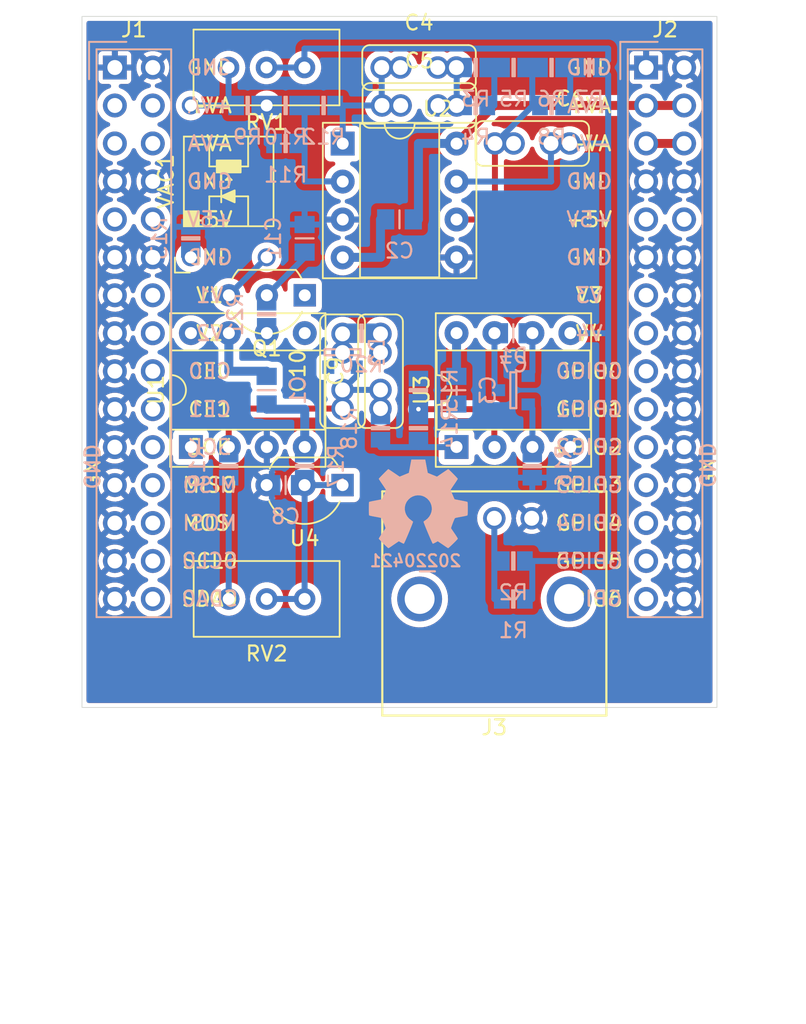
<source format=kicad_pcb>
(kicad_pcb (version 20211014) (generator pcbnew)
  (layers (0 "F.Cu" signal) (31 "B.Cu" signal) (34 "B.Paste" user) (35 "F.Paste" user) (36 "B.SilkS" user "B.Silkscreen") (37 "F.SilkS" user "F.Silkscreen") (38 "B.Mask" user) (39 "F.Mask" user) (44 "Edge.Cuts" user))
  (net 0 "")
  (net 1 "GND")
  (net 2 "-15V")
  (net 3 "+15V")
  (net 29 "Net-(U2-Pad1)")
  (net 30 "Net-(C4-Pad2)")
  (net 31 "/OUTPUT")
  (net 32 "Net-(J3-Pad1)")
  (net 33 "Net-(R3-Pad2)")
  (net 34 "Net-(R6-Pad2)")
  (net 35 "Net-(U2-Pad6)")
  (net 36 "Net-(R9-Pad1)")
  (net 37 "Net-(R10-Pad1)")
  (net 38 "Net-(U2-Pad2)")
  (net 39 "Net-(U3-Pad7)")
  (net 40 "Net-(U3-Pad6)")
  (net 41 "Net-(R13-Pad2)")
  (net 42 "/GAIN")
  (net 43 "Net-(C8-Pad2)")
  (net 44 "Net-(U1-Pad2)")
  (net 45 "Net-(C9-Pad2)")
  (net 46 "Net-(U1-Pad6)")
  (net 47 "Net-(C11-Pad2)")
  (net 48 "/GAIN_INPUT")
  (net 49 "Net-(R19-Pad2)")
  (net 51 "Net-(R16-Pad2)")
  (net 52 "Net-(U3-Pad2)")
  (footprint "Package_TO_SOT_THT:TO-92_Inline_Wide" (layer "F.Cu") (at 160.02 100.33 180)
    (fp_text reference "U4" (at 2.54 -3.56) (layer "F.SilkS"))
    (fp_text value "TL431")
    (pad "1" thru_hole rect (at 0 0 180) (size 1.5 1.5) (drill 0.8) (layers *.Cu *.Mask) (net 43 "Net-(C8-Pad2)"))
    (pad "2" thru_hole circle (at 2.54 0 180) (size 1.5 1.5) (drill 0.8) (layers *.Cu *.Mask) (net 43 "Net-(C8-Pad2)"))
    (pad "3" thru_hole circle (at 5.08 0 180) (size 1.5 1.5) (drill 0.8) (layers *.Cu *.Mask) (net 1 "GND"))
  )
  (footprint "SquantorRcl:C-025_050-030X100-film" (layer "F.Cu") (at 165.14 72.39)
    (fp_text reference "C4" (at 0 -3) (layer "F.SilkS"))
    (fp_text value "A")
    (pad "1" thru_hole circle (at -2.5 0) (size 1.5 1.5) (drill 1) (layers *.Cu *.Mask) (net 29 "Net-(U2-Pad1)"))
    (pad "1" thru_hole circle (at -1.25 0) (size 1.5 1.5) (drill 1) (layers *.Cu *.Mask) (net 29 "Net-(U2-Pad1)"))
    (pad "2" thru_hole circle (at 1.25 0) (size 1.5 1.5) (drill 1) (layers *.Cu *.Mask) (net 30 "Net-(C4-Pad2)"))
    (pad "2" thru_hole circle (at 2.5 0) (size 1.5 1.5) (drill 1) (layers *.Cu *.Mask) (net 30 "Net-(C4-Pad2)"))
  )
  (footprint "Package_DIP:DIP-8_W7.62mm_Socket" (layer "F.Cu") (at 160.03 77.48)
    (fp_text reference "U2" (at 6.37 -2.33) (layer "F.SilkS"))
    (fp_text value "LME49720")
    (pad "1" thru_hole rect (at 0 0) (size 1.6 1.6) (drill 0.8) (layers *.Cu *.Mask) (net 29 "Net-(U2-Pad1)"))
    (pad "2" thru_hole oval (at 0 2.54) (size 1.6 1.6) (drill 0.8) (layers *.Cu *.Mask) (net 38 "Net-(U2-Pad2)"))
    (pad "3" thru_hole oval (at 0 5.08) (size 1.6 1.6) (drill 0.8) (layers *.Cu *.Mask) (net 1 "GND"))
    (pad "4" thru_hole oval (at 0 7.62) (size 1.6 1.6) (drill 0.8) (layers *.Cu *.Mask) (net 2 "-15V"))
    (pad "5" thru_hole oval (at 7.62 7.62) (size 1.6 1.6) (drill 0.8) (layers *.Cu *.Mask) (net 1 "GND"))
    (pad "6" thru_hole oval (at 7.62 5.08) (size 1.6 1.6) (drill 0.8) (layers *.Cu *.Mask) (net 35 "Net-(U2-Pad6)"))
    (pad "7" thru_hole oval (at 7.62 2.54) (size 1.6 1.6) (drill 0.8) (layers *.Cu *.Mask) (net 31 "/OUTPUT"))
    (pad "8" thru_hole oval (at 7.62 0) (size 1.6 1.6) (drill 0.8) (layers *.Cu *.Mask) (net 3 "+15V"))
  )
  (footprint "Package_DIP:DIP-8_W7.62mm_Socket" (layer "F.Cu") (at 149.87 97.78 90)
    (fp_text reference "U1" (at 3.81 -2.33 90) (layer "F.SilkS"))
    (fp_text value "TL081")
    (pad "1" thru_hole rect (at 0 0 90) (size 1.6 1.6) (drill 0.8) (layers *.Cu *.Mask))
    (pad "2" thru_hole oval (at 0 2.54 90) (size 1.6 1.6) (drill 0.8) (layers *.Cu *.Mask) (net 44 "Net-(U1-Pad2)"))
    (pad "3" thru_hole oval (at 0 5.08 90) (size 1.6 1.6) (drill 0.8) (layers *.Cu *.Mask) (net 1 "GND"))
    (pad "4" thru_hole oval (at 0 7.62 90) (size 1.6 1.6) (drill 0.8) (layers *.Cu *.Mask) (net 2 "-15V"))
    (pad "5" thru_hole oval (at 7.62 7.62 90) (size 1.6 1.6) (drill 0.8) (layers *.Cu *.Mask))
    (pad "6" thru_hole oval (at 7.62 5.08 90) (size 1.6 1.6) (drill 0.8) (layers *.Cu *.Mask) (net 46 "Net-(U1-Pad6)"))
    (pad "7" thru_hole oval (at 7.62 2.54 90) (size 1.6 1.6) (drill 0.8) (layers *.Cu *.Mask) (net 3 "+15V"))
    (pad "8" thru_hole oval (at 7.62 0 90) (size 1.6 1.6) (drill 0.8) (layers *.Cu *.Mask))
  )
  (footprint "Package_TO_SOT_THT:TO-92L_Inline_Wide" (layer "F.Cu") (at 157.49 87.63 180)
    (fp_text reference "Q1" (at 2.54 -3.56) (layer "F.SilkS"))
    (fp_text value "BC337")
    (pad "1" thru_hole rect (at 0 0 180) (size 1.5 1.5) (drill 0.8) (layers *.Cu *.Mask) (net 3 "+15V"))
    (pad "2" thru_hole circle (at 2.54 0 180) (size 1.5 1.5) (drill 0.8) (layers *.Cu *.Mask) (net 47 "Net-(C11-Pad2)"))
    (pad "3" thru_hole circle (at 5.08 0 180) (size 1.5 1.5) (drill 0.8) (layers *.Cu *.Mask) (net 42 "/GAIN"))
  )
  (footprint "SquantorRcl:C-025_050-030X100-film" (layer "F.Cu") (at 160.02 92.71 90)
    (fp_text reference "C10" (at 0 -3 90) (layer "F.SilkS"))
    (fp_text value "100n")
    (pad "1" thru_hole circle (at -1.25 0 90) (size 1.5 1.5) (drill 1) (layers *.Cu *.Mask) (net 44 "Net-(U1-Pad2)"))
    (pad "1" thru_hole circle (at -2.5 0 90) (size 1.5 1.5) (drill 1) (layers *.Cu *.Mask) (net 44 "Net-(U1-Pad2)"))
    (pad "2" thru_hole circle (at 2.5 0 90) (size 1.5 1.5) (drill 1) (layers *.Cu *.Mask) (net 46 "Net-(U1-Pad6)"))
    (pad "2" thru_hole circle (at 1.25 0 90) (size 1.5 1.5) (drill 1) (layers *.Cu *.Mask) (net 46 "Net-(U1-Pad6)"))
  )
  (footprint "Potentiometer_THT:Potentiometer_Bourns_3296W_Vertical" (layer "F.Cu") (at 152.39 72.39 180)
    (fp_text reference "RV1" (at -2.54 -3.66) (layer "F.SilkS"))
    (fp_text value "200")
    (pad "1" thru_hole circle (at 0 0 180) (size 1.44 1.44) (drill 0.8) (layers *.Cu *.Mask) (net 36 "Net-(R9-Pad1)"))
    (pad "2" thru_hole circle (at -2.54 0 180) (size 1.44 1.44) (drill 0.8) (layers *.Cu *.Mask) (net 31 "/OUTPUT"))
    (pad "3" thru_hole circle (at -5.08 0 180) (size 1.44 1.44) (drill 0.8) (layers *.Cu *.Mask) (net 31 "/OUTPUT"))
  )
  (footprint "SquantorRcl:C-025_050-030X100-film" (layer "F.Cu") (at 165.16 74.93)
    (fp_text reference "C5" (at 0 -3) (layer "F.SilkS"))
    (fp_text value "A")
    (pad "1" thru_hole circle (at -1.25 0) (size 1.5 1.5) (drill 1) (layers *.Cu *.Mask) (net 29 "Net-(U2-Pad1)"))
    (pad "1" thru_hole circle (at -2.5 0) (size 1.5 1.5) (drill 1) (layers *.Cu *.Mask) (net 29 "Net-(U2-Pad1)"))
    (pad "2" thru_hole circle (at 2.5 0) (size 1.5 1.5) (drill 1) (layers *.Cu *.Mask) (net 30 "Net-(C4-Pad2)"))
    (pad "2" thru_hole circle (at 1.25 0) (size 1.5 1.5) (drill 1) (layers *.Cu *.Mask) (net 30 "Net-(C4-Pad2)"))
  )
  (footprint "SquantorRcl:C-025_050-030X100-film" (layer "F.Cu") (at 172.72 77.47)
    (fp_text reference "C6" (at 2.56 -3) (layer "F.SilkS"))
    (fp_text value "A")
    (pad "1" thru_hole circle (at -1.25 0) (size 1.5 1.5) (drill 1) (layers *.Cu *.Mask) (net 35 "Net-(U2-Pad6)"))
    (pad "1" thru_hole circle (at -2.5 0) (size 1.5 1.5) (drill 1) (layers *.Cu *.Mask) (net 35 "Net-(U2-Pad6)"))
    (pad "2" thru_hole circle (at 1.25 0) (size 1.5 1.5) (drill 1) (layers *.Cu *.Mask) (net 31 "/OUTPUT"))
    (pad "2" thru_hole circle (at 2.5 0) (size 1.5 1.5) (drill 1) (layers *.Cu *.Mask) (net 31 "/OUTPUT"))
  )
  (footprint "SquantorOpto:NSL32SR3" (layer "F.Cu") (at 152.4 80.01 90)
    (fp_text reference "VAC1" (at 0 -4.2 90 unlocked) (layer "F.SilkS"))
    (fp_text value "NSL32R3")
    (pad "1" thru_hole circle (at -5.08 -2.54 90) (size 1.2 1.2) (drill 0.8) (layers *.Cu *.Mask) (net 41 "Net-(R13-Pad2)"))
    (pad "2" thru_hole circle (at -5.08 2.54 90) (size 1.2 1.2) (drill 0.8) (layers *.Cu *.Mask) (net 42 "/GAIN"))
    (pad "3" thru_hole circle (at 5.08 2.54 90) (size 1.2 1.2) (drill 0.8) (layers *.Cu *.Mask) (net 37 "Net-(R10-Pad1)"))
    (pad "4" thru_hole circle (at 5.08 -2.54 90) (size 1.2 1.2) (drill 0.8) (layers *.Cu *.Mask) (net 36 "Net-(R9-Pad1)"))
  )
  (footprint "SquantorRcl:C-025_050-030X100-film" (layer "F.Cu") (at 162.56 92.71 90)
    (fp_text reference "C9" (at 0 -3 90) (layer "F.SilkS"))
    (fp_text value "47u")
    (pad "1" thru_hole circle (at -2.5 0 90) (size 1.5 1.5) (drill 1) (layers *.Cu *.Mask) (net 44 "Net-(U1-Pad2)"))
    (pad "1" thru_hole circle (at -1.25 0 90) (size 1.5 1.5) (drill 1) (layers *.Cu *.Mask) (net 44 "Net-(U1-Pad2)"))
    (pad "2" thru_hole circle (at 1.25 0 90) (size 1.5 1.5) (drill 1) (layers *.Cu *.Mask) (net 45 "Net-(C9-Pad2)"))
    (pad "2" thru_hole circle (at 2.5 0 90) (size 1.5 1.5) (drill 1) (layers *.Cu *.Mask) (net 45 "Net-(C9-Pad2)"))
  )
  (footprint "SquantorConnectorsNamed:module_2x15_right" (layer "F.Cu") (at 181.61 90.17)
    (fp_text reference "J2" (at 0 -20.32 unlocked) (layer "F.SilkS"))
    (fp_text value "module_2x15_right_input")
    (fp_text user "GND" (at -5.08 -10.16 unlocked) (layer "B.SilkS") (effects (justify mirror)))
    (fp_text user "GND" (at 2.79 8.83 -90 unlocked) (layer "B.SilkS") (effects (justify mirror)))
    (fp_text user "+VA" (at -5.08 -15.24 unlocked) (layer "B.SilkS") (effects (justify mirror)))
    (fp_text user "V4" (at -5.08 0 unlocked) (layer "B.SilkS") (effects (justify mirror)))
    (fp_text user "GND" (at -5.08 -5.08 unlocked) (layer "B.SilkS") (effects (justify mirror)))
    (fp_text user "V3" (at -5.08 -2.54 unlocked) (layer "B.SilkS") (effects (justify mirror)))
    (fp_text user "GPIO3" (at -5.08 10.16 unlocked) (layer "B.SilkS") (effects (justify mirror)))
    (fp_text user "GPIO2" (at -5.08 7.62 unlocked) (layer "B.SilkS") (effects (justify mirror)))
    (fp_text user "GPIO0" (at -5.08 2.54 unlocked) (layer "B.SilkS") (effects (justify mirror)))
    (fp_text user "GPIO4" (at -5.08 12.7 unlocked) (layer "B.SilkS") (effects (justify mirror)))
    (fp_text user "-VA" (at -5.08 -12.7 unlocked) (layer "B.SilkS") (effects (justify mirror)))
    (fp_text user "GPIO5" (at -5.08 15.24 unlocked) (layer "B.SilkS") (effects (justify mirror)))
    (fp_text user "GPIO1" (at -5.08 5.08 unlocked) (layer "B.SilkS") (effects (justify mirror)))
    (fp_text user "GND" (at -5.08 -17.78 unlocked) (layer "B.SilkS") (effects (justify mirror)))
    (fp_text user "GPIO6" (at -5.112672 17.756379 unlocked) (layer "B.SilkS") (effects (justify mirror)))
    (fp_text user "+5V" (at -5.08 -7.62 unlocked) (layer "B.SilkS") (effects (justify mirror)))
    (fp_text user "V4" (at -5.08 0 unlocked) (layer "F.SilkS"))
    (fp_text user "GPIO6" (at -5.08 17.78 unlocked) (layer "F.SilkS"))
    (fp_text user "V3" (at -5.08 -2.54 unlocked) (layer "F.SilkS"))
    (fp_text user "GPIO0" (at -5.08 2.54 unlocked) (layer "F.SilkS"))
    (fp_text user "GPIO2" (at -5.08 7.62 unlocked) (layer "F.SilkS"))
    (fp_text user "GND" (at -5.08 -17.78 unlocked) (layer "F.SilkS"))
    (fp_text user "GND" (at -5.08 -5.08 unlocked) (layer "F.SilkS"))
    (fp_text user "+VA" (at -5.08 -15.24 unlocked) (layer "F.SilkS"))
    (fp_text user "GPIO1" (at -5.08 5.08 unlocked) (layer "F.SilkS"))
    (fp_text user "GND" (at -5.08 -10.16 unlocked) (layer "F.SilkS"))
    (fp_text user "GPIO4" (at -5.08 12.7 unlocked) (layer "F.SilkS"))
    (fp_text user "+5V" (at -5.08 -7.62 unlocked) (layer "F.SilkS"))
    (fp_text user "GND" (at 2.89 8.83 90 unlocked) (layer "F.SilkS"))
    (fp_text user "GPIO5" (at -5.08 15.24 unlocked) (layer "F.SilkS"))
    (fp_text user "-VA" (at -5.08 -12.7 unlocked) (layer "F.SilkS"))
    (fp_text user "GPIO3" (at -5.08 10.16 unlocked) (layer "F.SilkS"))
    (pad "1" thru_hole rect (at -1.27 -17.78) (size 1.6 1.6) (drill 1) (layers *.Cu *.Mask) (net 1 "GND"))
    (pad "2" thru_hole circle (at 1.27 -17.78) (size 1.6 1.6) (drill 1) (layers *.Cu *.Mask) (net 1 "GND"))
    (pad "3" thru_hole circle (at -1.27 -15.24) (size 1.6 1.6) (drill 1) (layers *.Cu *.Mask) (net 3 "+15V"))
    (pad "4" thru_hole circle (at 1.27 -15.24) (size 1.6 1.6) (drill 1) (layers *.Cu *.Mask) (net 3 "+15V"))
    (pad "5" thru_hole circle (at -1.27 -12.7) (size 1.6 1.6) (drill 1) (layers *.Cu *.Mask) (net 2 "-15V"))
    (pad "6" thru_hole circle (at 1.27 -12.7) (size 1.6 1.6) (drill 1) (layers *.Cu *.Mask) (net 2 "-15V"))
    (pad "7" thru_hole circle (at -1.27 -10.16) (size 1.6 1.6) (drill 1) (layers *.Cu *.Mask) (net 1 "GND"))
    (pad "8" thru_hole circle (at 1.27 -10.16) (size 1.6 1.6) (drill 1) (layers *.Cu *.Mask) (net 1 "GND"))
    (pad "9" thru_hole circle (at -1.27 -7.62) (size 1.6 1.6) (drill 1) (layers *.Cu *.Mask))
    (pad "10" thru_hole circle (at 1.27 -7.62) (size 1.6 1.6) (drill 1) (layers *.Cu *.Mask))
    (pad "11" thru_hole circle (at -1.27 -5.08) (size 1.6 1.6) (drill 1) (layers *.Cu *.Mask) (net 1 "GND"))
    (pad "12" thru_hole circle (at 1.27 -5.08) (size 1.6 1.6) (drill 1) (layers *.Cu *.Mask) (net 1 "GND"))
    (pad "13" thru_hole circle (at -1.27 -2.54) (size 1.6 1.6) (drill 1) (layers *.Cu *.Mask))
    (pad "14" thru_hole circle (at 1.27 -2.54) (size 1.6 1.6) (drill 1) (layers *.Cu *.Mask) (net 1 "GND"))
    (pad "15" thru_hole circle (at -1.27 0) (size 1.6 1.6) (drill 1) (layers *.Cu *.Mask))
    (pad "16" thru_hole circle (at 1.27 0) (size 1.6 1.6) (drill 1) (layers *.Cu *.Mask) (net 1 "GND"))
    (pad "17" thru_hole circle (at -1.27 2.54) (size 1.6 1.6) (drill 1) (layers *.Cu *.Mask))
    (pad "18" thru_hole circle (at 1.27 2.54) (size 1.6 1.6) (drill 1) (layers *.Cu *.Mask) (net 1 "GND"))
    (pad "19" thru_hole circle (at -1.27 5.08) (size 1.6 1.6) (drill 1) (layers *.Cu *.Mask))
    (pad "20" thru_hole circle (at 1.27 5.08) (size 1.6 1.6) (drill 1) (layers *.Cu *.Mask) (net 1 "GND"))
    (pad "21" thru_hole circle (at -1.27 7.62) (size 1.6 1.6) (drill 1) (layers *.Cu *.Mask))
    (pad "22" thru_hole circle (at 1.27 7.62) (size 1.6 1.6) (drill 1) (layers *.Cu *.Mask) (net 1 "GND"))
    (pad "23" thru_hole circle (at -1.27 10.16) (size 1.6 1.6) (drill 1) (layers *.Cu *.Mask))
    (pad "24" thru_hole circle (at 1.27 10.16) (size 1.6 1.6) (drill 1) (layers *.Cu *.Mask) (net 1 "GND"))
    (pad "25" thru_hole circle (at -1.27 12.7) (size 1.6 1.6) (drill 1) (layers *.Cu *.Mask))
    (pad "26" thru_hole circle (at 1.27 12.7) (size 1.6 1.6) (drill 1) (layers *.Cu *.Mask) (net 1 "GND"))
    (pad "27" thru_hole circle (at -1.27 15.24) (size 1.6 1.6) (drill 1) (layers *.Cu *.Mask))
    (pad "28" thru_hole circle (at 1.27 15.24) (size 1.6 1.6) (drill 1) (layers *.Cu *.Mask) (net 1 "GND"))
    (pad "29" thru_hole circle (at -1.27 17.78) (size 1.6 1.6) (drill 1) (layers *.Cu *.Mask))
    (pad "30" thru_hole circle (at 1.27 17.78) (size 1.6 1.6) (drill 1) (layers *.Cu *.Mask) (net 1 "GND"))
  )
  (footprint "Potentiometer_THT:Potentiometer_Bourns_3296W_Vertical" (layer "F.Cu") (at 152.4 107.95 180)
    (fp_text reference "RV2" (at -2.54 -3.66) (layer "F.SilkS"))
    (fp_text value "50K")
    (pad "1" thru_hole circle (at 0 0 180) (size 1.44 1.44) (drill 0.8) (layers *.Cu *.Mask) (net 49 "Net-(R19-Pad2)"))
    (pad "2" thru_hole circle (at -2.54 0 180) (size 1.44 1.44) (drill 0.8) (layers *.Cu *.Mask) (net 43 "Net-(C8-Pad2)"))
    (pad "3" thru_hole circle (at -5.08 0 180) (size 1.44 1.44) (drill 0.8) (layers *.Cu *.Mask) (net 43 "Net-(C8-Pad2)"))
  )
  (footprint "SquantorConnectors:Conn_BNC_RightAngle_TH" (layer "F.Cu") (at 170.18 107.95 180)
    (fp_text reference "J3" (at 0 -8.6) (layer "F.SilkS"))
    (fp_text value "Coax")
    (pad "1" thru_hole circle (at 0 5.4 180) (size 1.5 1.5) (drill 1) (layers *.Cu *.Mask) (net 32 "Net-(J3-Pad1)"))
    (pad "2" thru_hole circle (at -2.5 5.4 180) (size 1.5 1.5) (drill 1) (layers *.Cu *.Mask) (net 1 "GND"))
    (pad "mount" thru_hole circle (at 5 0 180) (size 3 3) (drill 2) (layers *.Cu *.Mask))
    (pad "mount" thru_hole circle (at -5 0 180) (size 3 3) (drill 2) (layers *.Cu *.Mask))
  )
  (footprint "SquantorConnectorsNamed:module_2x15_left" (layer "F.Cu") (at 146.05 90.17)
    (fp_text reference "J1" (at 0 -20.32 unlocked) (layer "F.SilkS"))
    (fp_text value "module_2x15_left_input")
    (fp_text user "GND" (at 5.08 -17.78 unlocked) (layer "B.SilkS") (effects (justify mirror)))
    (fp_text user "MISO" (at 5.08 10.16 unlocked) (layer "B.SilkS") (effects (justify mirror)))
    (fp_text user "+5V" (at 5.08 -7.62 unlocked) (layer "B.SilkS") (effects (justify mirror)))
    (fp_text user "SCK" (at 5.08 7.62 unlocked) (layer "B.SilkS") (effects (justify mirror)))
    (fp_text user "-VA" (at 5.08 -12.7 unlocked) (layer "B.SilkS") (effects (justify mirror)))
    (fp_text user "CE1" (at 5.08 5.08 unlocked) (layer "B.SilkS") (effects (justify mirror)))
    (fp_text user "+VA" (at 5.08 -15.24 unlocked) (layer "B.SilkS") (effects (justify mirror)))
    (fp_text user "V1" (at 5.08 -2.54 unlocked) (layer "B.SilkS") (effects (justify mirror)))
    (fp_text user "GND" (at -2.85 8.93 -90 unlocked) (layer "B.SilkS") (effects (justify mirror)))
    (fp_text user "GND" (at 5.08 -5.08 unlocked) (layer "B.SilkS") (effects (justify mirror)))
    (fp_text user "CE0" (at 5.08 2.54 unlocked) (layer "B.SilkS") (effects (justify mirror)))
    (fp_text user "GND" (at 5.08 -10.16 unlocked) (layer "B.SilkS") (effects (justify mirror)))
    (fp_text user "MOSI" (at 5.08 12.7 unlocked) (layer "B.SilkS") (effects (justify mirror)))
    (fp_text user "V2" (at 5.08 0 unlocked) (layer "B.SilkS") (effects (justify mirror)))
    (fp_text user "SDA0" (at 5.079999 17.758937 unlocked) (layer "B.SilkS") (effects (justify mirror)))
    (fp_text user "SCL0" (at 5.079999 15.21948 unlocked) (layer "B.SilkS") (effects (justify mirror)))
    (fp_text user "GND" (at 5.08 -10.16 unlocked) (layer "F.SilkS"))
    (fp_text user "MOSI" (at 5.08 12.7 unlocked) (layer "F.SilkS"))
    (fp_text user "+5V" (at 5.08 -7.62 unlocked) (layer "F.SilkS"))
    (fp_text user "GND" (at 5.08 -5.08 unlocked) (layer "F.SilkS"))
    (fp_text user "SCL0" (at 5.08 15.24 unlocked) (layer "F.SilkS"))
    (fp_text user "CE1" (at 5.08 5.08 unlocked) (layer "F.SilkS"))
    (fp_text user "GND" (at 5.08 -17.78 unlocked) (layer "F.SilkS"))
    (fp_text user "-VA" (at 5.08 -12.7 unlocked) (layer "F.SilkS"))
    (fp_text user "SDA0" (at 5.08 17.78 unlocked) (layer "F.SilkS"))
    (fp_text user "MISO" (at 5.08 10.16 unlocked) (layer "F.SilkS"))
    (fp_text user "GND" (at -2.75 8.93 90 unlocked) (layer "F.SilkS"))
    (fp_text user "CE0" (at 5.08 2.54 unlocked) (layer "F.SilkS"))
    (fp_text user "SCK" (at 5.08 7.62 unlocked) (layer "F.SilkS"))
    (fp_text user "V1" (at 5.08 -2.54 unlocked) (layer "F.SilkS"))
    (fp_text user "V2" (at 5.08 0 unlocked) (layer "F.SilkS"))
    (fp_text user "+VA" (at 5.08 -15.24 unlocked) (layer "F.SilkS"))
    (pad "1" thru_hole rect (at -1.27 -17.78) (size 1.6 1.6) (drill 1) (layers *.Cu *.Mask) (net 1 "GND"))
    (pad "2" thru_hole circle (at 1.27 -17.78) (size 1.6 1.6) (drill 1) (layers *.Cu *.Mask) (net 1 "GND"))
    (pad "3" thru_hole circle (at -1.27 -15.24) (size 1.6 1.6) (drill 1) (layers *.Cu *.Mask) (net 3 "+15V"))
    (pad "4" thru_hole circle (at 1.27 -15.24) (size 1.6 1.6) (drill 1) (layers *.Cu *.Mask) (net 3 "+15V"))
    (pad "5" thru_hole circle (at -1.27 -12.7) (size 1.6 1.6) (drill 1) (layers *.Cu *.Mask) (net 2 "-15V"))
    (pad "6" thru_hole circle (at 1.27 -12.7) (size 1.6 1.6) (drill 1) (layers *.Cu *.Mask) (net 2 "-15V"))
    (pad "7" thru_hole circle (at -1.27 -10.16) (size 1.6 1.6) (drill 1) (layers *.Cu *.Mask) (net 1 "GND"))
    (pad "8" thru_hole circle (at 1.27 -10.16) (size 1.6 1.6) (drill 1) (layers *.Cu *.Mask) (net 1 "GND"))
    (pad "9" thru_hole circle (at -1.27 -7.62) (size 1.6 1.6) (drill 1) (layers *.Cu *.Mask))
    (pad "10" thru_hole circle (at 1.27 -7.62) (size 1.6 1.6) (drill 1) (layers *.Cu *.Mask))
    (pad "11" thru_hole circle (at -1.27 -5.08) (size 1.6 1.6) (drill 1) (layers *.Cu *.Mask) (net 1 "GND"))
    (pad "12" thru_hole circle (at 1.27 -5.08) (size 1.6 1.6) (drill 1) (layers *.Cu *.Mask) (net 1 "GND"))
    (pad "13" thru_hole circle (at -1.27 -2.54) (size 1.6 1.6) (drill 1) (layers *.Cu *.Mask) (net 1 "GND"))
    (pad "14" thru_hole circle (at 1.27 -2.54) (size 1.6 1.6) (drill 1) (layers *.Cu *.Mask))
    (pad "15" thru_hole circle (at -1.27 0) (size 1.6 1.6) (drill 1) (layers *.Cu *.Mask) (net 1 "GND"))
    (pad "16" thru_hole circle (at 1.27 0) (size 1.6 1.6) (drill 1) (layers *.Cu *.Mask))
    (pad "17" thru_hole circle (at -1.27 2.54) (size 1.6 1.6) (drill 1) (layers *.Cu *.Mask) (net 1 "GND"))
    (pad "18" thru_hole circle (at 1.27 2.54) (size 1.6 1.6) (drill 1) (layers *.Cu *.Mask))
    (pad "19" thru_hole circle (at -1.27 5.08) (size 1.6 1.6) (drill 1) (layers *.Cu *.Mask) (net 1 "GND"))
    (pad "20" thru_hole circle (at 1.27 5.08) (size 1.6 1.6) (drill 1) (layers *.Cu *.Mask))
    (pad "21" thru_hole circle (at -1.27 7.62) (size 1.6 1.6) (drill 1) (layers *.Cu *.Mask) (net 1 "GND"))
    (pad "22" thru_hole circle (at 1.27 7.62) (size 1.6 1.6) (drill 1) (layers *.Cu *.Mask))
    (pad "23" thru_hole circle (at -1.27 10.16) (size 1.6 1.6) (drill 1) (layers *.Cu *.Mask) (net 1 "GND"))
    (pad "24" thru_hole circle (at 1.27 10.16) (size 1.6 1.6) (drill 1) (layers *.Cu *.Mask))
    (pad "25" thru_hole circle (at -1.27 12.7) (size 1.6 1.6) (drill 1) (layers *.Cu *.Mask) (net 1 "GND"))
    (pad "26" thru_hole circle (at 1.27 12.7) (size 1.6 1.6) (drill 1) (layers *.Cu *.Mask))
    (pad "27" thru_hole circle (at -1.27 15.24) (size 1.6 1.6) (drill 1) (layers *.Cu *.Mask) (net 1 "GND"))
    (pad "28" thru_hole circle (at 1.27 15.24) (size 1.6 1.6) (drill 1) (layers *.Cu *.Mask))
    (pad "29" thru_hole circle (at -1.27 17.78) (size 1.6 1.6) (drill 1) (layers *.Cu *.Mask) (net 1 "GND"))
    (pad "30" thru_hole circle (at 1.27 17.78) (size 1.6 1.6) (drill 1) (layers *.Cu *.Mask))
  )
  (footprint "Package_DIP:DIP-8_W7.62mm_Socket" (layer "F.Cu") (at 167.65 97.78 90)
    (fp_text reference "U3" (at 3.81 -2.33 90) (layer "F.SilkS"))
    (fp_text value "TL082")
    (pad "1" thru_hole rect (at 0 0 90) (size 1.6 1.6) (drill 0.8) (layers *.Cu *.Mask) (net 48 "/GAIN_INPUT"))
    (pad "2" thru_hole oval (at 0 2.54 90) (size 1.6 1.6) (drill 0.8) (layers *.Cu *.Mask) (net 52 "Net-(U3-Pad2)"))
    (pad "3" thru_hole oval (at 0 5.08 90) (size 1.6 1.6) (drill 0.8) (layers *.Cu *.Mask) (net 51 "Net-(R16-Pad2)"))
    (pad "4" thru_hole oval (at 0 7.62 90) (size 1.6 1.6) (drill 0.8) (layers *.Cu *.Mask) (net 2 "-15V"))
    (pad "5" thru_hole oval (at 7.62 7.62 90) (size 1.6 1.6) (drill 0.8) (layers *.Cu *.Mask) (net 31 "/OUTPUT"))
    (pad "6" thru_hole oval (at 7.62 5.08 90) (size 1.6 1.6) (drill 0.8) (layers *.Cu *.Mask) (net 40 "Net-(U3-Pad6)"))
    (pad "7" thru_hole oval (at 7.62 2.54 90) (size 1.6 1.6) (drill 0.8) (layers *.Cu *.Mask) (net 39 "Net-(U3-Pad7)"))
    (pad "8" thru_hole oval (at 7.62 0 90) (size 1.6 1.6) (drill 0.8) (layers *.Cu *.Mask) (net 3 "+15V"))
  )
  (footprint "SquantorLabels:Label_Generic" (layer "B.Cu") (at 165.7 105.5 180)
    (fp_text reference "N1" hide)
    (fp_text value "20220421" (at 0.8 0.1) (layer "B.SilkS") (effects (font (size 0.8 0.8)) (justify mirror)))
  )
  (footprint "Symbol:OSHW-Symbol_6.7x6mm_SilkScreen" (layer "B.Cu") (at 165.1 101.6 180)
    (fp_text reference "N2" hide)
    (fp_text value "OHWLOGO" hide)
  )
  (footprint "SquantorRcl:C_0805+0603" (layer "B.Cu") (at 167.64 93.98 90)
    (fp_text reference "C3" (at 0 2.1 90) (layer "B.SilkS") (effects (justify mirror)))
    (fp_text value "10u")
    (pad "1" smd rect (at -0.925 0 90) (size 1.15 1.35) (layers "B.Cu" "B.Paste" "B.Mask") (net 2 "-15V"))
    (pad "2" smd rect (at 0.925 0 90) (size 1.15 1.35) (layers "B.Cu" "B.Paste" "B.Mask") (net 3 "+15V"))
  )
  (footprint "SquantorRcl:R_0805+0603" (layer "B.Cu") (at 171.45 105.41)
    (fp_text reference "R2" (at 0 2.1) (layer "B.SilkS") (effects (justify mirror)))
    (fp_text value "1K2")
    (pad "1" smd rect (at -0.775 0) (size 1.05 1.3) (layers "B.Cu" "B.Paste" "B.Mask") (net 32 "Net-(J3-Pad1)"))
    (pad "2" smd rect (at 0.775 0) (size 1.05 1.3) (layers "B.Cu" "B.Paste" "B.Mask") (net 31 "/OUTPUT"))
  )
  (footprint "SquantorRcl:R_0805+0603" (layer "B.Cu") (at 176.53 72.39)
    (fp_text reference "R7" (at 0 2.1) (layer "B.SilkS") (effects (justify mirror)))
    (fp_text value "D")
    (pad "1" smd rect (at -0.775 0) (size 1.05 1.3) (layers "B.Cu" "B.Paste" "B.Mask") (net 34 "Net-(R6-Pad2)"))
    (pad "2" smd rect (at 0.775 0) (size 1.05 1.3) (layers "B.Cu" "B.Paste" "B.Mask") (net 31 "/OUTPUT"))
  )
  (footprint "SquantorRcl:R_0805+0603" (layer "B.Cu") (at 171.45 107.95)
    (fp_text reference "R1" (at 0 2.1) (layer "B.SilkS") (effects (justify mirror)))
    (fp_text value "1K2")
    (pad "1" smd rect (at -0.775 0) (size 1.05 1.3) (layers "B.Cu" "B.Paste" "B.Mask") (net 32 "Net-(J3-Pad1)"))
    (pad "2" smd rect (at 0.775 0) (size 1.05 1.3) (layers "B.Cu" "B.Paste" "B.Mask") (net 31 "/OUTPUT"))
  )
  (footprint "SquantorRcl:R_0805+0603" (layer "B.Cu") (at 168.93 74.93)
    (fp_text reference "R4" (at 0 2.1) (layer "B.SilkS") (effects (justify mirror)))
    (fp_text value "C")
    (pad "1" smd rect (at -0.775 0) (size 1.05 1.3) (layers "B.Cu" "B.Paste" "B.Mask") (net 30 "Net-(C4-Pad2)"))
    (pad "2" smd rect (at 0.775 0) (size 1.05 1.3) (layers "B.Cu" "B.Paste" "B.Mask") (net 33 "Net-(R3-Pad2)"))
  )
  (footprint "SquantorRcl:R_0805+0603" (layer "B.Cu") (at 165.1 96.52 90)
    (fp_text reference "R14" (at 0 2.1 90) (layer "B.SilkS") (effects (justify mirror)))
    (fp_text value "10K")
    (pad "1" smd rect (at -0.775 0 90) (size 1.05 1.3) (layers "B.Cu" "B.Paste" "B.Mask") (net 48 "/GAIN_INPUT"))
    (pad "2" smd rect (at 0.775 0 90) (size 1.05 1.3) (layers "B.Cu" "B.Paste" "B.Mask") (net 52 "Net-(U3-Pad2)"))
  )
  (footprint "SquantorRcl:R_0805+0603" (layer "B.Cu") (at 152.4 99.06 -90)
    (fp_text reference "R19" (at 0 2.1 90) (layer "B.SilkS") (effects (justify mirror)))
    (fp_text value "8K2")
    (pad "1" smd rect (at -0.775 0 270) (size 1.05 1.3) (layers "B.Cu" "B.Paste" "B.Mask") (net 44 "Net-(U1-Pad2)"))
    (pad "2" smd rect (at 0.775 0 270) (size 1.05 1.3) (layers "B.Cu" "B.Paste" "B.Mask") (net 49 "Net-(R19-Pad2)"))
  )
  (footprint "SquantorRcl:R_0805+0603" (layer "B.Cu") (at 154.94 88.9 -90)
    (fp_text reference "R21" (at 0 2.1 90) (layer "B.SilkS") (effects (justify mirror)))
    (fp_text value "2K2")
    (pad "1" smd rect (at -0.775 0 270) (size 1.05 1.3) (layers "B.Cu" "B.Paste" "B.Mask") (net 47 "Net-(C11-Pad2)"))
    (pad "2" smd rect (at 0.775 0 270) (size 1.05 1.3) (layers "B.Cu" "B.Paste" "B.Mask") (net 46 "Net-(U1-Pad6)"))
  )
  (footprint "SquantorIC:SOT23-3" (layer "B.Cu") (at 171.45 93.98 180)
    (fp_text reference "D1" (at 0 2.3) (layer "B.SilkS") (effects (justify mirror)))
    (fp_text value "BAV99")
    (pad "1" smd rect (at -1 0.95 270) (size 0.8 0.9) (layers "B.Cu" "B.Paste" "B.Mask") (net 40 "Net-(U3-Pad6)"))
    (pad "2" smd rect (at -1 -0.95 270) (size 0.8 0.9) (layers "B.Cu" "B.Paste" "B.Mask") (net 51 "Net-(R16-Pad2)"))
    (pad "3" smd rect (at 1 0 270) (size 0.8 0.9) (layers "B.Cu" "B.Paste" "B.Mask") (net 39 "Net-(U3-Pad7)"))
  )
  (footprint "SquantorRcl:C_0805+0603" (layer "B.Cu") (at 157.48 83.82 -90)
    (fp_text reference "C11" (at 0 2.1 90) (layer "B.SilkS") (effects (justify mirror)))
    (fp_text value "10u")
    (pad "1" smd rect (at -0.925 0 270) (size 1.15 1.35) (layers "B.Cu" "B.Paste" "B.Mask") (net 1 "GND"))
    (pad "2" smd rect (at 0.925 0 270) (size 1.15 1.35) (layers "B.Cu" "B.Paste" "B.Mask") (net 47 "Net-(C11-Pad2)"))
  )
  (footprint "SquantorRcl:R_0805+0603" (layer "B.Cu") (at 162.56 96.52 -90)
    (fp_text reference "R18" (at 0 2.1 90) (layer "B.SilkS") (effects (justify mirror)))
    (fp_text value "27K")
    (pad "1" smd rect (at -0.775 0 270) (size 1.05 1.3) (layers "B.Cu" "B.Paste" "B.Mask") (net 44 "Net-(U1-Pad2)"))
    (pad "2" smd rect (at 0.775 0 270) (size 1.05 1.3) (layers "B.Cu" "B.Paste" "B.Mask") (net 48 "/GAIN_INPUT"))
  )
  (footprint "SquantorRcl:R_0805+0603" (layer "B.Cu") (at 168.93 72.39)
    (fp_text reference "R3" (at 0 2.1) (layer "B.SilkS") (effects (justify mirror)))
    (fp_text value "B")
    (pad "1" smd rect (at -0.775 0) (size 1.05 1.3) (layers "B.Cu" "B.Paste" "B.Mask") (net 30 "Net-(C4-Pad2)"))
    (pad "2" smd rect (at 0.775 0) (size 1.05 1.3) (layers "B.Cu" "B.Paste" "B.Mask") (net 33 "Net-(R3-Pad2)"))
  )
  (footprint "SquantorRcl:R_0805+0603" (layer "B.Cu") (at 153.67 74.93)
    (fp_text reference "R9" (at 0 2.1) (layer "B.SilkS") (effects (justify mirror)))
    (fp_text value "18")
    (pad "1" smd rect (at -0.775 0) (size 1.05 1.3) (layers "B.Cu" "B.Paste" "B.Mask") (net 36 "Net-(R9-Pad1)"))
    (pad "2" smd rect (at 0.775 0) (size 1.05 1.3) (layers "B.Cu" "B.Paste" "B.Mask") (net 37 "Net-(R10-Pad1)"))
  )
  (footprint "SquantorRcl:R_0805+0603" (layer "B.Cu") (at 158.75 74.93)
    (fp_text reference "R12" (at 0 2.1) (layer "B.SilkS") (effects (justify mirror)))
    (fp_text value "3k6")
    (pad "1" smd rect (at -0.775 0) (size 1.05 1.3) (layers "B.Cu" "B.Paste" "B.Mask") (net 38 "Net-(U2-Pad2)"))
    (pad "2" smd rect (at 0.775 0) (size 1.05 1.3) (layers "B.Cu" "B.Paste" "B.Mask") (net 29 "Net-(U2-Pad1)"))
  )
  (footprint "SquantorRcl:R_0805+0603" (layer "B.Cu") (at 171.47 72.39)
    (fp_text reference "R5" (at 0 2.1) (layer "B.SilkS") (effects (justify mirror)))
    (fp_text value "D")
    (pad "1" smd rect (at -0.775 0) (size 1.05 1.3) (layers "B.Cu" "B.Paste" "B.Mask") (net 33 "Net-(R3-Pad2)"))
    (pad "2" smd rect (at 0.775 0) (size 1.05 1.3) (layers "B.Cu" "B.Paste" "B.Mask") (net 35 "Net-(U2-Pad6)"))
  )
  (footprint "SquantorRcl:R_0805+0603" (layer "B.Cu") (at 156.21 74.93)
    (fp_text reference "R10" (at 0 2.1) (layer "B.SilkS") (effects (justify mirror)))
    (fp_text value "1M")
    (pad "1" smd rect (at -0.775 0) (size 1.05 1.3) (layers "B.Cu" "B.Paste" "B.Mask") (net 37 "Net-(R10-Pad1)"))
    (pad "2" smd rect (at 0.775 0) (size 1.05 1.3) (layers "B.Cu" "B.Paste" "B.Mask") (net 38 "Net-(U2-Pad2)"))
  )
  (footprint "SquantorRcl:R_0805+0603" (layer "B.Cu") (at 157.48 99.06 90)
    (fp_text reference "R17" (at 0 2.1 90) (layer "B.SilkS") (effects (justify mirror)))
    (fp_text value "8K2")
    (pad "1" smd rect (at -0.775 0 90) (size 1.05 1.3) (layers "B.Cu" "B.Paste" "B.Mask") (net 43 "Net-(C8-Pad2)"))
    (pad "2" smd rect (at 0.775 0 90) (size 1.05 1.3) (layers "B.Cu" "B.Paste" "B.Mask") (net 2 "-15V"))
  )
  (footprint "SquantorRcl:R_0805+0603" (layer "B.Cu") (at 174.01 72.39)
    (fp_text reference "R6" (at 0 2.1) (layer "B.SilkS") (effects (justify mirror)))
    (fp_text value "B")
    (pad "1" smd rect (at -0.775 0) (size 1.05 1.3) (layers "B.Cu" "B.Paste" "B.Mask") (net 35 "Net-(U2-Pad6)"))
    (pad "2" smd rect (at 0.775 0) (size 1.05 1.3) (layers "B.Cu" "B.Paste" "B.Mask") (net 34 "Net-(R6-Pad2)"))
  )
  (footprint "SquantorRcl:R_0805+0603" (layer "B.Cu") (at 156.21 77.47)
    (fp_text reference "R11" (at 0 2.1) (layer "B.SilkS") (effects (justify mirror)))
    (fp_text value "3k6")
    (pad "1" smd rect (at -0.775 0) (size 1.05 1.3) (layers "B.Cu" "B.Paste" "B.Mask") (net 37 "Net-(R10-Pad1)"))
    (pad "2" smd rect (at 0.775 0) (size 1.05 1.3) (layers "B.Cu" "B.Paste" "B.Mask") (net 38 "Net-(U2-Pad2)"))
  )
  (footprint "SquantorRcl:R_0805+0603" (layer "B.Cu") (at 174.01 74.93)
    (fp_text reference "R8" (at 0 2.1) (layer "B.SilkS") (effects (justify mirror)))
    (fp_text value "C")
    (pad "1" smd rect (at -0.775 0) (size 1.05 1.3) (layers "B.Cu" "B.Paste" "B.Mask") (net 35 "Net-(U2-Pad6)"))
    (pad "2" smd rect (at 0.775 0) (size 1.05 1.3) (layers "B.Cu" "B.Paste" "B.Mask") (net 34 "Net-(R6-Pad2)"))
  )
  (footprint "SquantorRcl:C_0805+0603" (layer "B.Cu") (at 163.83 82.55)
    (fp_text reference "C2" (at 0 2.1) (layer "B.SilkS") (effects (justify mirror)))
    (fp_text value "10u")
    (pad "1" smd rect (at -0.925 0) (size 1.15 1.35) (layers "B.Cu" "B.Paste" "B.Mask") (net 2 "-15V"))
    (pad "2" smd rect (at 0.925 0) (size 1.15 1.35) (layers "B.Cu" "B.Paste" "B.Mask") (net 3 "+15V"))
  )
  (footprint "SquantorRcl:C_0805+0603" (layer "B.Cu") (at 156.21 100.33)
    (fp_text reference "C8" (at 0 2.1) (layer "B.SilkS") (effects (justify mirror)))
    (fp_text value "10u")
    (pad "1" smd rect (at -0.925 0) (size 1.15 1.35) (layers "B.Cu" "B.Paste" "B.Mask") (net 1 "GND"))
    (pad "2" smd rect (at 0.925 0) (size 1.15 1.35) (layers "B.Cu" "B.Paste" "B.Mask") (net 43 "Net-(C8-Pad2)"))
  )
  (footprint "SquantorRcl:C_0805+0603" (layer "B.Cu") (at 171.45 90.17)
    (fp_text reference "C7" (at 0 2.1) (layer "B.SilkS") (effects (justify mirror)))
    (fp_text value "47p")
    (pad "1" smd rect (at -0.925 0) (size 1.15 1.35) (layers "B.Cu" "B.Paste" "B.Mask") (net 39 "Net-(U3-Pad7)"))
    (pad "2" smd rect (at 0.925 0) (size 1.15 1.35) (layers "B.Cu" "B.Paste" "B.Mask") (net 40 "Net-(U3-Pad6)"))
  )
  (footprint "SquantorRcl:R_0805+0603" (layer "B.Cu") (at 172.72 99.06 90)
    (fp_text reference "R16" (at 0 2.1 90) (layer "B.SilkS") (effects (justify mirror)))
    (fp_text value "10K")
    (pad "1" smd rect (at -0.775 0 90) (size 1.05 1.3) (layers "B.Cu" "B.Paste" "B.Mask") (net 1 "GND"))
    (pad "2" smd rect (at 0.775 0 90) (size 1.05 1.3) (layers "B.Cu" "B.Paste" "B.Mask") (net 51 "Net-(R16-Pad2)"))
  )
  (footprint "SquantorRcl:R_0805+0603" (layer "B.Cu") (at 165.1 93.98 90)
    (fp_text reference "R15" (at 0 2.1 90) (layer "B.SilkS") (effects (justify mirror)))
    (fp_text value "10K")
    (pad "1" smd rect (at -0.775 0 90) (size 1.05 1.3) (layers "B.Cu" "B.Paste" "B.Mask") (net 52 "Net-(U3-Pad2)"))
    (pad "2" smd rect (at 0.775 0 90) (size 1.05 1.3) (layers "B.Cu" "B.Paste" "B.Mask") (net 40 "Net-(U3-Pad6)"))
  )
  (footprint "SquantorRcl:C_0805+0603" (layer "B.Cu") (at 154.94 93.98 90)
    (fp_text reference "C1" (at 0 2.1 90) (layer "B.SilkS") (effects (justify mirror)))
    (fp_text value "10u")
    (pad "1" smd rect (at -0.925 0 90) (size 1.15 1.35) (layers "B.Cu" "B.Paste" "B.Mask") (net 2 "-15V"))
    (pad "2" smd rect (at 0.925 0 90) (size 1.15 1.35) (layers "B.Cu" "B.Paste" "B.Mask") (net 3 "+15V"))
  )
  (footprint "SquantorIC:SOT23-3" (layer "B.Cu") (at 160.02 91.44 90)
    (fp_text reference "D2" (at 0 2.3 90) (layer "B.SilkS") (effects (justify mirror)))
    (fp_text value "BAV99")
    (pad "1" smd rect (at -1 0.95 180) (size 0.8 0.9) (layers "B.Cu" "B.Paste" "B.Mask") (net 44 "Net-(U1-Pad2)"))
    (pad "2" smd rect (at -1 -0.95 180) (size 0.8 0.9) (layers "B.Cu" "B.Paste" "B.Mask"))
    (pad "3" smd rect (at 1 0 180) (size 0.8 0.9) (layers "B.Cu" "B.Paste" "B.Mask") (net 46 "Net-(U1-Pad6)"))
  )
  (footprint "SquantorRcl:R_0805+0603" (layer "B.Cu") (at 149.86 83.82 -90)
    (fp_text reference "R13" (at 0 2.1 90) (layer "B.SilkS") (effects (justify mirror)))
    (fp_text value "510")
    (pad "1" smd rect (at -0.775 0 270) (size 1.05 1.3) (layers "B.Cu" "B.Paste" "B.Mask") (net 1 "GND"))
    (pad "2" smd rect (at 0.775 0 270) (size 1.05 1.3) (layers "B.Cu" "B.Paste" "B.Mask") (net 41 "Net-(R13-Pad2)"))
  )
  (footprint "SquantorRcl:R_0805+0603" (layer "B.Cu") (at 161.29 90.17)
    (fp_text reference "R20" (at 0 2.1) (layer "B.SilkS") (effects (justify mirror)))
    (fp_text value "8K2")
    (pad "1" smd rect (at -0.775 0) (size 1.05 1.3) (layers "B.Cu" "B.Paste" "B.Mask") (net 46 "Net-(U1-Pad6)"))
    (pad "2" smd rect (at 0.775 0) (size 1.05 1.3) (layers "B.Cu" "B.Paste" "B.Mask") (net 45 "Net-(C9-Pad2)"))
  )
  (gr_rect (start 142.58 68.97) (end 185.08 115.21) (layer "Edge.Cuts") (width 0.05) (fill none))
  (segment (start 182.88 77.47) (end 180.34 77.47) (width 0.6) (layer "F.Cu") (net 2))
  (segment (start 157.48 95.25) (end 157.49 95.26) (width 0.6) (layer "B.Cu") (net 2))
  (segment (start 160.04 85.09) (end 162.56 85.09) (width 0.6) (layer "B.Cu") (net 2))
  (segment (start 154.94 94.905) (end 154.94 95.25) (width 0.6) (layer "B.Cu") (net 2))
  (segment (start 160.03 85.1) (end 160.04 85.09) (width 0.6) (layer "B.Cu") (net 2))
  (segment (start 162.56 85.09) (end 162.56 82.55) (width 0.6) (layer "B.Cu") (net 2))
  (segment (start 157.49 95.26) (end 157.49 97.78) (width 0.6) (layer "B.Cu") (net 2))
  (segment (start 154.94 95.25) (end 157.48 95.25) (width 0.6) (layer "B.Cu") (net 2))
  (segment (start 162.56 82.55) (end 162.905 82.55) (width 0.6) (layer "B.Cu") (net 2))
  (segment (start 180.34 74.93) (end 170.18 74.93) (width 0.6) (layer "F.Cu") (net 3))
  (segment (start 167.65 77.46) (end 167.65 77.48) (width 0.6) (layer "F.Cu") (net 3))
  (segment (start 182.88 74.93) (end 180.34 74.93) (width 0.6) (layer "F.Cu") (net 3))
  (segment (start 170.18 74.93) (end 167.65 77.46) (width 0.6) (layer "F.Cu") (net 3))
  (segment (start 154.94 92.71) (end 154.94 93.055) (width 0.6) (layer "B.Cu") (net 3))
  (segment (start 167.65 77.48) (end 167.64 77.47) (width 0.6) (layer "B.Cu") (net 3))
  (segment (start 152.4 92.71) (end 154.94 92.71) (width 0.6) (layer "B.Cu") (net 3))
  (segment (start 152.41 90.16) (end 152.41 92.7) (width 0.6) (layer "B.Cu") (net 3))
  (segment (start 167.65 93.045) (end 167.64 93.055) (width 0.6) (layer "B.Cu") (net 3))
  (segment (start 152.41 92.7) (end 152.4 92.71) (width 0.6) (layer "B.Cu") (net 3))
  (segment (start 167.65 90.16) (end 167.65 93.045) (width 0.6) (layer "B.Cu") (net 3))
  (segment (start 165.1 82.55) (end 164.755 82.55) (width 0.6) (layer "B.Cu") (net 3))
  (segment (start 165.1 77.47) (end 165.1 82.55) (width 0.6) (layer "B.Cu") (net 3))
  (segment (start 167.64 77.47) (end 165.1 77.47) (width 0.6) (layer "B.Cu") (net 3))
  (segment (start 162.64 72.39) (end 162.64 74.91) (width 0.4) (layer "B.Cu") (net 29))
  (segment (start 160.03 77.48) (end 160.03 74.94) (width 0.4) (layer "B.Cu") (net 29))
  (segment (start 162.66 74.93) (end 160.02 74.93) (width 0.4) (layer "B.Cu") (net 29))
  (segment (start 160.02 74.93) (end 159.525 74.93) (width 0.4) (layer "B.Cu") (net 29))
  (segment (start 162.64 74.91) (end 162.66 74.93) (width 0.4) (layer "B.Cu") (net 29))
  (segment (start 160.03 74.94) (end 160.02 74.93) (width 0.4) (layer "B.Cu") (net 29))
  (segment (start 167.66 74.93) (end 167.66 72.41) (width 0.4) (layer "B.Cu") (net 30))
  (segment (start 167.66 72.41) (end 167.64 72.39) (width 0.4) (layer "B.Cu") (net 30))
  (segment (start 157.47 71.13) (end 157.48 71.12) (width 0.4) (layer "B.Cu") (net 31))
  (segment (start 172.72 105.41) (end 172.225 105.41) (width 0.4) (layer "B.Cu") (net 31))
  (segment (start 177.8 105.41) (end 172.72 105.41) (width 0.4) (layer "B.Cu") (net 31))
  (segment (start 177.305 72.39) (end 177.8 72.885) (width 0.4) (layer "B.Cu") (net 31))
  (segment (start 177.8 77.47) (end 175.22 77.47) (width 0.4) (layer "B.Cu") (net 31))
  (segment (start 177.8 71.12) (end 177.8 71.895) (width 0.4) (layer "B.Cu") (net 31))
  (segment (start 172.225 107.95) (end 172.72 107.95) (width 0.4) (layer "B.Cu") (net 31))
  (segment (start 177.8 90.17) (end 175.28 90.17) (width 0.4) (layer "B.Cu") (net 31))
  (segment (start 175.28 90.17) (end 175.27 90.16) (width 0.4) (layer "B.Cu") (net 31))
  (segment (start 177.8 72.885) (end 177.8 77.47) (width 0.4) (layer "B.Cu") (net 31))
  (segment (start 173.98 80.02) (end 167.65 80.02) (width 0.4) (layer "B.Cu") (net 31))
  (segment (start 177.8 77.47) (end 177.8 90.17) (width 0.4) (layer "B.Cu") (net 31))
  (segment (start 177.8 71.895) (end 177.305 72.39) (width 0.4) (layer "B.Cu") (net 31))
  (segment (start 177.8 90.17) (end 177.8 105.41) (width 0.4) (layer "B.Cu") (net 31))
  (segment (start 173.97 77.47) (end 173.97 79.99) (width 0.4) (layer "B.Cu") (net 31))
  (segment (start 173.97 79.99) (end 173.99 80.01) (width 0.4) (layer "B.Cu") (net 31))
  (segment (start 172.72 107.95) (end 172.72 105.41) (width 0.4) (layer "B.Cu") (net 31))
  (segment (start 173.99 80.01) (end 173.98 80.02) (width 0.4) (layer "B.Cu") (net 31))
  (segment (start 157.48 71.12) (end 177.8 71.12) (width 0.4) (layer "B.Cu") (net 31))
  (segment (start 157.47 72.39) (end 157.47 71.13) (width 0.4) (layer "B.Cu") (net 31))
  (segment (start 154.93 72.39) (end 157.47 72.39) (width 0.4) (layer "B.Cu") (net 31))
  (segment (start 170.675 105.41) (end 170.18 105.41) (width 0.4) (layer "B.Cu") (net 32))
  (segment (start 170.18 105.41) (end 170.18 102.55) (width 0.4) (layer "B.Cu") (net 32))
  (segment (start 170.675 107.95) (end 170.18 107.95) (width 0.4) (layer "B.Cu") (net 32))
  (segment (start 170.18 107.95) (end 170.18 105.41) (width 0.4) (layer "B.Cu") (net 32))
  (segment (start 170.18 72.39) (end 170.18 74.93) (width 0.4) (layer "B.Cu") (net 33))
  (segment (start 169.705 72.39) (end 170.18 72.39) (width 0.4) (layer "B.Cu") (net 33))
  (segment (start 170.18 74.93) (end 169.705 74.93) (width 0.4) (layer "B.Cu") (net 33))
  (segment (start 175.26 72.865) (end 174.785 72.39) (width 0.4) (layer "B.Cu") (net 34))
  (segment (start 174.785 74.93) (end 175.26 74.93) (width 0.4) (layer "B.Cu") (net 34))
  (segment (start 175.26 74.93) (end 175.26 72.865) (width 0.4) (layer "B.Cu") (net 34))
  (segment (start 170.22 82.51) (end 170.22 77.47) (width 0.4) (layer "F.Cu") (net 35))
  (segment (start 167.65 82.56) (end 170.17 82.56) (width 0.4) (layer "F.Cu") (net 35))
  (segment (start 170.17 82.56) (end 170.22 82.51) (width 0.4) (layer "F.Cu") (net 35))
  (segment (start 172.72 74.93) (end 172.72 72.905) (width 0.4) (layer "B.Cu") (net 35))
  (segment (start 172.76 74.93) (end 170.22 77.47) (width 0.4) (layer "B.Cu") (net 35))
  (segment (start 173.235 72.39) (end 172.245 72.39) (width 0.4) (layer "B.Cu") (net 35))
  (segment (start 172.72 72.905) (end 173.235 72.39) (width 0.4) (layer "B.Cu") (net 35))
  (segment (start 173.235 74.93) (end 172.76 74.93) (width 0.4) (layer "B.Cu") (net 35))
  (segment (start 173.235 74.93) (end 172.72 74.93) (width 0.4) (layer "B.Cu") (net 35))
  (segment (start 152.4 74.93) (end 152.895 74.93) (width 0.4) (layer "B.Cu") (net 36))
  (segment (start 149.86 74.93) (end 152.895 74.93) (width 0.4) (layer "B.Cu") (net 36))
  (segment (start 152.39 74.92) (end 152.4 74.93) (width 0.4) (layer "B.Cu") (net 36))
  (segment (start 152.39 72.39) (end 152.39 74.92) (width 0.4) (layer "B.Cu") (net 36))
  (segment (start 154.94 77.47) (end 154.94 74.93) (width 0.4) (layer "B.Cu") (net 37))
  (segment (start 155.435 77.47) (end 154.94 77.47) (width 0.4) (layer "B.Cu") (net 37))
  (segment (start 157.48 77.47) (end 157.48 75.425) (width 0.4) (layer "B.Cu") (net 38))
  (segment (start 160.03 80.02) (end 160.02 80.01) (width 0.4) (layer "B.Cu") (net 38))
  (segment (start 157.48 80.01) (end 157.48 77.47) (width 0.4) (layer "B.Cu") (net 38))
  (segment (start 157.48 75.425) (end 157.975 74.93) (width 0.4) (layer "B.Cu") (net 38))
  (segment (start 156.985 77.47) (end 157.48 77.47) (width 0.4) (layer "B.Cu") (net 38))
  (segment (start 160.02 80.01) (end 157.48 80.01) (width 0.4) (layer "B.Cu") (net 38))
  (segment (start 170.19 90.16) (end 170.19 93.72) (width 0.4) (layer "B.Cu") (net 39))
  (segment (start 170.19 93.72) (end 170.45 93.98) (width 0.4) (layer "B.Cu") (net 39))
  (segment (start 172.73 90.16) (end 172.73 92.75) (width 0.4) (layer "B.Cu") (net 40))
  (segment (start 172.73 92.75) (end 172.45 93.03) (width 0.4) (layer "B.Cu") (net 40))
  (segment (start 152.41 87.63) (end 152.41 87.62) (width 0.4) (layer "B.Cu") (net 42))
  (segment (start 152.41 87.62) (end 154.94 85.09) (width 0.4) (layer "B.Cu") (net 42))
  (segment (start 157.48 107.95) (end 157.48 100.33) (width 0.4) (layer "B.Cu") (net 43))
  (segment (start 157.48 100.33) (end 160.02 100.33) (width 0.4) (layer "B.Cu") (net 43))
  (segment (start 154.94 107.95) (end 157.48 107.95) (width 0.4) (layer "B.Cu") (net 43))
  (segment (start 152.44 95.21) (end 160.02 95.21) (width 0.4) (layer "F.Cu") (net 44))
  (segment (start 152.4 97.77) (end 152.4 95.25) (width 0.4) (layer "F.Cu") (net 44))
  (segment (start 152.4 95.25) (end 152.44 95.21) (width 0.4) (layer "F.Cu") (net 44))
  (segment (start 152.41 97.78) (end 152.4 97.77) (width 0.4) (layer "F.Cu") (net 44))
  (segment (start 160.97 92.44) (end 160.97 93.01) (width 0.4) (layer "B.Cu") (net 44))
  (segment (start 160.97 93.01) (end 160.02 93.96) (width 0.4) (layer "B.Cu") (net 44))
  (segment (start 162.56 93.96) (end 160.02 93.96) (width 0.4) (layer "B.Cu") (net 44))
  (segment (start 154.95 87.63) (end 157.48 85.1) (width 0.4) (layer "B.Cu") (net 47))
  (segment (start 157.48 85.1) (end 157.48 84.745) (width 0.4) (layer "B.Cu") (net 47))
  (segment (start 167.65 97.78) (end 167.64 97.79) (width 0.4) (layer "B.Cu") (net 48))
  (segment (start 165.1 97.79) (end 162.56 97.79) (width 0.4) (layer "B.Cu") (net 48))
  (segment (start 167.64 97.79) (end 165.1 97.79) (width 0.4) (layer "B.Cu") (net 48))
  (segment (start 165.1 97.295) (end 165.1 97.79) (width 0.4) (layer "B.Cu") (net 48))
  (segment (start 162.56 97.79) (end 162.56 97.295) (width 0.4) (layer "B.Cu") (net 48))
  (segment (start 152.4 107.95) (end 152.4 99.835) (width 0.4) (layer "B.Cu") (net 49))
  (segment (start 172.73 97.78) (end 172.73 95.21) (width 0.4) (layer "B.Cu") (net 51))
  (segment (start 172.73 95.21) (end 172.45 94.93) (width 0.4) (layer "B.Cu") (net 51))
  (segment (start 170.19 97.78) (end 170.18 97.77) (width 0.4) (layer "F.Cu") (net 52))
  (segment (start 170.18 95.25) (end 165.1 95.25) (width 0.4) (layer "F.Cu") (net 52))
  (segment (start 170.18 97.77) (end 170.18 95.25) (width 0.4) (layer "F.Cu") (net 52))
  (via (at 165.1 95.25) (size 0.6) (drill 0.3) (layers "F.Cu" "B.Cu") (net 52))
  (zone (net 1) (net_name "GND") (layers F&B.Cu) (connect_pads (clearance 0.3)) (min_thickness 0.3) (fill yes (thermal_gap 0.3) (thermal_bridge_width 0.4))
    (polygon (pts (xy 185.08 115.21) (xy 142.58 115.21) (xy 142.58 68.97) (xy 185.1 68.97)))
  )
)
</source>
